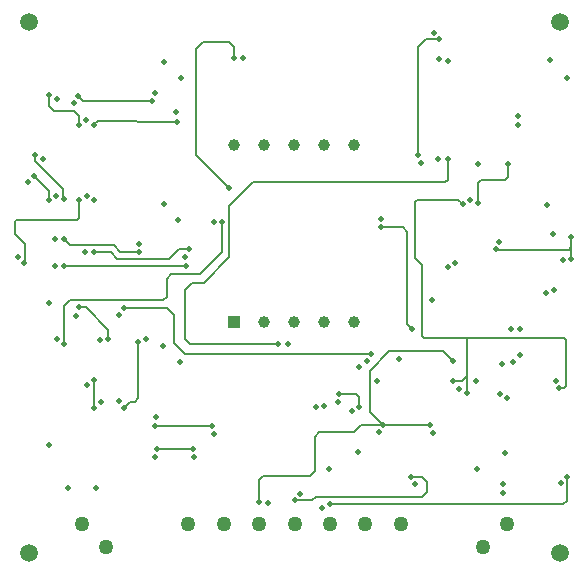
<source format=gbr>
G04*
G04 #@! TF.GenerationSoftware,Altium Limited,Altium Designer,23.8.1 (32)*
G04*
G04 Layer_Physical_Order=3*
G04 Layer_Color=6736896*
%FSLAX44Y44*%
%MOMM*%
G71*
G04*
G04 #@! TF.SameCoordinates,4E8033DB-9698-49A7-8747-1B8CF0FAEC2F*
G04*
G04*
G04 #@! TF.FilePolarity,Positive*
G04*
G01*
G75*
%ADD18C,1.0000*%
%ADD19R,1.0000X1.0000*%
%ADD20C,1.5000*%
%ADD21C,0.5000*%
%ADD22C,1.2700*%
%ADD23C,0.1386*%
D18*
X198840Y370640D02*
D03*
X224240D02*
D03*
X249640D02*
D03*
X275040D02*
D03*
X300440D02*
D03*
Y220640D02*
D03*
X275040D02*
D03*
X249640D02*
D03*
X224240D02*
D03*
D19*
X198840D02*
D03*
D20*
X25000Y475000D02*
D03*
X475000Y25000D02*
D03*
X25000D02*
D03*
X475000Y475000D02*
D03*
D21*
X150515Y390069D02*
D03*
X149982Y398442D02*
D03*
X439226Y387912D02*
D03*
X372176Y460260D02*
D03*
X367714Y465860D02*
D03*
X372447Y443488D02*
D03*
X357078Y355737D02*
D03*
X371553Y358768D02*
D03*
X398563Y324356D02*
D03*
X385934Y271105D02*
D03*
X423556Y288682D02*
D03*
X476959Y273750D02*
D03*
X462516Y245730D02*
D03*
X433336Y214675D02*
D03*
X435306Y187470D02*
D03*
X471000Y171180D02*
D03*
X474067Y164680D02*
D03*
X430195Y156977D02*
D03*
X323596Y308090D02*
D03*
X206094Y444710D02*
D03*
X286785Y152774D02*
D03*
X288000Y160000D02*
D03*
X311212Y187490D02*
D03*
X267889Y148612D02*
D03*
X298989Y145395D02*
D03*
X321356Y127729D02*
D03*
X366951Y127055D02*
D03*
X475232Y84625D02*
D03*
X480555Y90000D02*
D03*
X426244Y76168D02*
D03*
X273567Y63548D02*
D03*
X254613Y75282D02*
D03*
X227380Y67983D02*
D03*
X244309Y202496D02*
D03*
X236209Y202107D02*
D03*
X101429Y226440D02*
D03*
X124608Y206576D02*
D03*
X181699Y125804D02*
D03*
X164991Y106667D02*
D03*
X131754Y106608D02*
D03*
X132762Y140141D02*
D03*
X101458Y153834D02*
D03*
X86461Y152941D02*
D03*
X74029Y167316D02*
D03*
X48608Y206435D02*
D03*
X85456Y205746D02*
D03*
X65173Y226410D02*
D03*
X181894Y305760D02*
D03*
X160564Y282703D02*
D03*
X157193Y275679D02*
D03*
X189000Y306000D02*
D03*
X131927Y415135D02*
D03*
X63080Y406285D02*
D03*
X48592Y409961D02*
D03*
X73647Y391820D02*
D03*
X80000Y324010D02*
D03*
X24411Y339043D02*
D03*
X37281Y358999D02*
D03*
X74080Y327977D02*
D03*
X47940Y327877D02*
D03*
X118016Y287269D02*
D03*
X72692Y279981D02*
D03*
X47600Y268311D02*
D03*
X47484Y290951D02*
D03*
X16057Y275731D02*
D03*
X139449Y441196D02*
D03*
X129449Y408291D02*
D03*
X153855Y427120D02*
D03*
X139086Y320943D02*
D03*
X138769Y200785D02*
D03*
X320066Y171256D02*
D03*
X323458Y301056D02*
D03*
X118340Y280208D02*
D03*
X158153Y268237D02*
D03*
X389323Y164512D02*
D03*
X484035Y293134D02*
D03*
X468723Y295452D02*
D03*
X439098Y394988D02*
D03*
X30361Y362019D02*
D03*
X349511Y215300D02*
D03*
X440823Y214587D02*
D03*
X79963Y279806D02*
D03*
X58395Y80000D02*
D03*
X81874D02*
D03*
X250000Y69833D02*
D03*
X280022Y66500D02*
D03*
X220000Y68106D02*
D03*
X426274Y83500D02*
D03*
X403897Y171180D02*
D03*
X194937Y334110D02*
D03*
X198840Y444837D02*
D03*
X304942Y149328D02*
D03*
X366757Y239216D02*
D03*
X423686Y160052D02*
D03*
X484000Y274000D02*
D03*
X463962Y320246D02*
D03*
X365072Y133878D02*
D03*
X324985D02*
D03*
X396441Y161157D02*
D03*
X348667Y89872D02*
D03*
X351822Y83486D02*
D03*
X314706Y194081D02*
D03*
X384480Y187502D02*
D03*
X304981Y182865D02*
D03*
X469960Y248185D02*
D03*
X440587Y193020D02*
D03*
X383976Y170686D02*
D03*
X338188Y189981D02*
D03*
X379600Y267697D02*
D03*
X392344Y320838D02*
D03*
X420217Y282495D02*
D03*
X405000Y321536D02*
D03*
X430400Y354499D02*
D03*
X405000Y354464D02*
D03*
X275040Y150038D02*
D03*
X379600Y359282D02*
D03*
Y441765D02*
D03*
X354839Y362595D02*
D03*
X21269Y270906D02*
D03*
X105400Y232953D02*
D03*
X67450Y233398D02*
D03*
X92503Y206685D02*
D03*
X29711Y344172D02*
D03*
X41900Y323914D02*
D03*
X54600Y202495D02*
D03*
X67056Y412418D02*
D03*
X79947Y387639D02*
D03*
X180000Y132880D02*
D03*
X163661Y113715D02*
D03*
X133420D02*
D03*
X132206Y132880D02*
D03*
X54719Y268254D02*
D03*
X67577Y324484D02*
D03*
X117886Y203956D02*
D03*
X105479Y147953D02*
D03*
X80000Y148477D02*
D03*
Y172015D02*
D03*
X67300Y387424D02*
D03*
X41900Y412790D02*
D03*
X54600Y324839D02*
D03*
X41727Y236628D02*
D03*
X54600Y291303D02*
D03*
X480914Y427120D02*
D03*
X466104Y443087D02*
D03*
X425455Y185342D02*
D03*
X279259Y96555D02*
D03*
X303449Y111051D02*
D03*
X404179Y96500D02*
D03*
X427798Y110257D02*
D03*
X153032Y187120D02*
D03*
X151735Y307120D02*
D03*
X41900Y116386D02*
D03*
D22*
X90000Y30000D02*
D03*
X430000Y50000D02*
D03*
X410000Y30000D02*
D03*
X70000Y50000D02*
D03*
X220000D02*
D03*
X340000D02*
D03*
X160000D02*
D03*
X310000D02*
D03*
X190000D02*
D03*
X250000D02*
D03*
X280000D02*
D03*
D23*
X117130Y390069D02*
X150515D01*
X83279Y391512D02*
X115687D01*
X117130Y390069D01*
X361163Y460260D02*
X372176D01*
X354839Y453937D02*
X361163Y460260D01*
X483965Y274000D02*
Y284000D01*
X474450Y165063D02*
X478445D01*
X474067Y164680D02*
X474450Y165063D01*
X478445D02*
X480202Y166820D01*
X288000Y160490D02*
X288490Y160000D01*
X301944D01*
X288000D02*
X288490D01*
X288812Y159679D01*
X313951Y144912D02*
Y179530D01*
X330402Y195981D02*
X376002D01*
X313951Y179530D02*
X330402Y195981D01*
X480507Y69517D02*
Y89952D01*
X480555Y90000D01*
X477490Y66500D02*
X480507Y69517D01*
X314695Y194070D02*
X314706Y194081D01*
X157002Y194070D02*
X314695D01*
X148245Y202827D02*
X157002Y194070D01*
X148245Y202827D02*
Y226633D01*
X161522Y202107D02*
X236209D01*
X157183Y206445D02*
X161522Y202107D01*
X152223Y282703D02*
X160564D01*
X143742Y274223D02*
X152223Y282703D01*
X189000Y280429D02*
Y306000D01*
X169837Y261266D02*
X189000Y280429D01*
X145731Y261266D02*
X169837D01*
X163353Y254272D02*
X173632D01*
X157183Y206445D02*
Y248102D01*
X163353Y254272D01*
X194956Y275595D02*
Y319547D01*
X173632Y254272D02*
X194956Y275595D01*
X99955Y274223D02*
X143742D01*
X30370Y357136D02*
X54217Y333289D01*
X30370Y357136D02*
Y362010D01*
X54217Y325222D02*
Y333289D01*
X30361Y362019D02*
X30370Y362010D01*
X71184Y408291D02*
X129449D01*
X313951Y144912D02*
X324985Y133878D01*
X323458Y301056D02*
X341455D01*
X345206Y297304D01*
X13198Y295194D02*
Y305924D01*
X14498Y307224D02*
X65751D01*
X13198Y305924D02*
X14498Y307224D01*
X13198Y295194D02*
X21517Y286875D01*
Y271153D02*
Y286875D01*
X97459Y268254D02*
X97476Y268237D01*
X94372Y279806D02*
X99955Y274223D01*
X102435Y280208D02*
X118340D01*
X97476Y268237D02*
X158153D01*
X96837Y285806D02*
X102435Y280208D01*
X141628Y257163D02*
X145731Y261266D01*
X141628Y242260D02*
Y257163D01*
X352059Y275087D02*
Y322855D01*
Y275087D02*
X357653Y269492D01*
X352059Y322855D02*
X353549Y324345D01*
X345206Y219605D02*
Y297304D01*
Y219605D02*
X349460Y215351D01*
X353549Y324345D02*
X388837D01*
X54719Y268254D02*
X97459D01*
X79963Y279806D02*
X94372D01*
X60097Y285806D02*
X96837D01*
X357653Y208785D02*
Y269492D01*
X359410Y207028D02*
X478445D01*
X483965Y293064D02*
X484035Y293134D01*
X483965Y284000D02*
Y293064D01*
X194956Y319547D02*
X214559Y339149D01*
X377388D01*
X379600Y341362D01*
Y359282D01*
X80000Y148477D02*
Y172015D01*
X348667Y89872D02*
X357525D01*
X362221Y85176D01*
Y77074D02*
Y85176D01*
X357647Y72500D02*
X362221Y77074D01*
X267858Y72500D02*
X357647D01*
X280022Y66500D02*
X477490D01*
X250000Y69833D02*
X265191D01*
X267858Y72500D01*
X220000Y68106D02*
Y87351D01*
X223432Y90783D01*
X262990D01*
X267024Y94817D01*
Y123965D01*
X270928Y127869D01*
X300076D01*
X306086Y133878D01*
X324985D01*
X478445Y207028D02*
X480202Y205270D01*
Y166820D02*
Y205270D01*
X357653Y208785D02*
X359410Y207028D01*
X166505Y362543D02*
X194937Y334110D01*
X166505Y362543D02*
Y451868D01*
X172825Y458189D01*
X194409D01*
X198840Y453758D01*
Y444837D02*
Y453758D01*
X304942Y149328D02*
Y157001D01*
X301944Y160000D02*
X304942Y157001D01*
X324985Y133878D02*
X365072D01*
X396441Y161157D02*
Y175123D01*
X376002Y195981D02*
X384480Y187502D01*
X392004Y170686D02*
X396441Y175123D01*
X383976Y170686D02*
X392004D01*
X396441Y175123D02*
Y206838D01*
X388837Y324345D02*
X392344Y320838D01*
X420217Y282495D02*
X420468Y282243D01*
X482207D01*
X483965Y284000D01*
X405000Y321536D02*
Y338752D01*
X407553Y341305D02*
X427896D01*
X405000Y338752D02*
X407553Y341305D01*
X430400Y343810D02*
Y354499D01*
X427896Y341305D02*
X430400Y343810D01*
X354839Y362595D02*
Y453937D01*
X141925Y232953D02*
X148245Y226633D01*
X21269Y270906D02*
X21517Y271153D01*
X105400Y232953D02*
X141925D01*
X138766Y239398D02*
X141628Y242260D01*
X54600Y234250D02*
X59747Y239398D01*
X138766D01*
X67450Y233398D02*
X73127D01*
X54600Y202495D02*
Y234250D01*
X92503Y206685D02*
Y214021D01*
X73127Y233398D02*
X92503Y214021D01*
X29711Y344172D02*
X41900Y331983D01*
Y323914D02*
Y331983D01*
X79947Y387639D02*
Y388180D01*
X83279Y391512D01*
X67056Y412418D02*
X67056D01*
X71184Y408291D01*
X132206Y132880D02*
X180000D01*
X133420Y113715D02*
X163661D01*
X67577Y309051D02*
Y324484D01*
X65751Y307224D02*
X67577Y309051D01*
X110882Y153356D02*
X114780D01*
X117886Y156462D01*
Y203956D01*
X105479Y147953D02*
X110882Y153356D01*
X67300Y387424D02*
Y395238D01*
X62949Y399590D02*
X67300Y395238D01*
X46182Y399590D02*
X62949D01*
X41900Y403872D02*
X46182Y399590D01*
X41900Y403872D02*
Y412790D01*
X54217Y325222D02*
X54600Y324839D01*
Y291303D02*
X60097Y285806D01*
M02*

</source>
